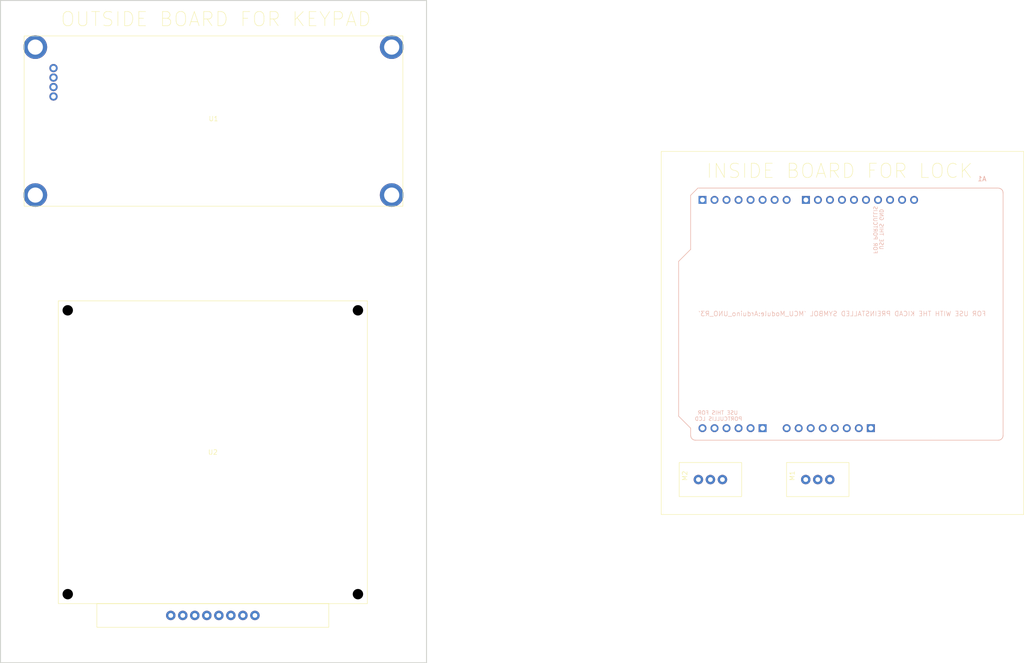
<source format=kicad_pcb>
(kicad_pcb (version 20241229) (generator "pcbnew") (generator_version "9.0")
  (layers (0 "F.Cu" signal) (2 "B.Cu" signal) (13 "F.Paste" user) (15 "B.Paste" user) (5 "F.SilkS" user "F.Silkscreen") (7 "B.SilkS" user "B.Silkscreen") (1 "F.Mask" user) (3 "B.Mask" user) (25 "Edge.Cuts" user))
  (net 0 "")
  (net 1 "Net-(A1-D10)")
  (net 2 "GND")
  (net 3 "+5V")
  (net 4 "Net-(A1-D11)")
  (net 5 "Net-(U1-SCL)")
  (net 6 "Net-(U1-SDA)")
  (net 7 "Net-(A1-D4)")
  (net 8 "Net-(A1-D5)")
  (net 9 "Net-(A1-D3)")
  (net 10 "Net-(A1-D6)")
  (net 11 "Net-(A1-D9)")
  (net 12 "Net-(A1-D7)")
  (net 13 "Net-(A1-D8)")
  (net 14 "Net-(A1-D2)")
  (footprint "Keypad:4x4 16 Button Keypad" (layer "F.Cu") (at 34.692 161.498)
    (property "Reference" "U2" (at 32.51 -37.7 0) (layer "F.SilkS") (effects (font (thickness 0.1))))
    (property "Value" "~")
    (fp_rect (start -0.14 -69.7) (end 65.16 -5.7) (stroke (width 0.1)) (fill no) (layer "F.SilkS"))
    (fp_rect (start 8.01 -5.7) (end 57.01 -0.7) (stroke (width 0.1)) (fill no) (layer "F.SilkS"))
    (pad "" np_thru_hole circle (at 1.86 -67.7) (size 4 4) (drill 2.2) (layers "*.Mask"))
    (pad "" np_thru_hole circle (at 1.86 -7.7) (size 4 4) (drill 2.2) (layers "*.Mask"))
    (pad "" np_thru_hole circle (at 63.16 -67.7) (size 4 4) (drill 2.2) (layers "*.Mask"))
    (pad "" np_thru_hole circle (at 63.16 -7.7) (size 4 4) (drill 2.2) (layers "*.Mask"))
    (pad "1" thru_hole circle (at 23.62 -3.2) (size 2 2) (drill 1) (layers "*.Cu" "*.Mask") (net 14 "Net-(A1-D2)"))
    (pad "2" thru_hole circle (at 26.16 -3.2) (size 2 2) (drill 1) (layers "*.Cu" "*.Mask") (net 9 "Net-(A1-D3)"))
    (pad "3" thru_hole circle (at 28.7 -3.2) (size 2 2) (drill 1) (layers "*.Cu" "*.Mask") (net 7 "Net-(A1-D4)"))
    (pad "4" thru_hole circle (at 31.24 -3.2) (size 2 2) (drill 1) (layers "*.Cu" "*.Mask") (net 8 "Net-(A1-D5)"))
    (pad "5" thru_hole circle (at 33.78 -3.2) (size 2 2) (drill 1) (layers "*.Cu" "*.Mask") (net 10 "Net-(A1-D6)"))
    (pad "6" thru_hole circle (at 36.32 -3.2) (size 2 2) (drill 1) (layers "*.Cu" "*.Mask") (net 12 "Net-(A1-D7)"))
    (pad "7" thru_hole circle (at 38.86 -3.2) (size 2 2) (drill 1) (layers "*.Cu" "*.Mask") (net 13 "Net-(A1-D8)"))
    (pad "8" thru_hole circle (at 41.4 -3.2) (size 2 2) (drill 1) (layers "*.Cu" "*.Mask") (net 11 "Net-(A1-D9)"))
  )
  (footprint "Servo:3-Pin Servo" (layer "F.Cu") (at 188.382 133.176)
    (property "Reference" "M1" (at 1.2 -4.4 90) (layer "F.SilkS") (effects (font (thickness 0.1))))
    (property "Value" "Motor_Servo_Pos (Rotational)")
    (fp_rect (start 0 -7.2) (end 13.2 0) (stroke (width 0.1)) (fill no) (layer "F.SilkS"))
    (pad "1" thru_hole circle (at 4.06 -3.6) (size 2 2) (drill 1) (layers "*.Cu" "*.Mask") (net 1 "Net-(A1-D10)"))
    (pad "2" thru_hole circle (at 6.6 -3.6) (size 2 2) (drill 1) (layers "*.Cu" "*.Mask") (net 3 "+5V"))
    (pad "3" thru_hole circle (at 9.14 -3.6) (size 2 2) (drill 1) (layers "*.Cu" "*.Mask") (net 2 "GND"))
  )
  (footprint "i2c_LCD:i2c_LCD" (layer "F.Cu") (at 67.342 53.798)
    (property "Reference" "U1" (at 0 -0.5 0) (layer "F.SilkS") (effects (font (thickness 0.1))))
    (property "Value" "i2c_LCD")
    (fp_rect (start -40 -18) (end 40 18) (stroke (width 0.1)) (fill no) (layer "F.SilkS"))
    (pad "" np_thru_hole circle (at -37.64 -15.64 90) (size 5 5) (drill 3.2) (layers "*.Cu" "*.Mask"))
    (pad "" np_thru_hole circle (at -37.64 15.64) (size 5 5) (drill 3.2) (layers "*.Cu" "*.Mask"))
    (pad "" np_thru_hole circle (at 37.64 -15.64) (size 5 5) (drill 3.2) (layers "*.Cu" "*.Mask"))
    (pad "" np_thru_hole circle (at 37.64 15.64) (size 5 5) (drill 3.2) (layers "*.Cu" "*.Mask"))
    (pad "1" thru_hole circle (at -33.8 -11.2) (size 1.75 1.75) (drill 1) (layers "*.Cu" "*.Mask") (net 2 "GND"))
    (pad "2" thru_hole circle (at -33.8 -9.2) (size 1.75 1.75) (drill 1) (layers "*.Cu" "*.Mask") (net 3 "+5V"))
    (pad "3" thru_hole circle (at -33.8 -7.2) (size 1.75 1.75) (drill 1) (layers "*.Cu" "*.Mask") (net 6 "Net-(U1-SDA)"))
    (pad "4" thru_hole circle (at -33.8 -5.2) (size 1.75 1.75) (drill 1) (layers "*.Cu" "*.Mask") (net 5 "Net-(U1-SCL)"))
  )
  (footprint "Servo:3-Pin Servo" (layer "F.Cu") (at 165.708 133.176)
    (property "Reference" "M2" (at 1.2 -4.4 90) (layer "F.SilkS") (effects (font (thickness 0.1))))
    (property "Value" "Motor_Servo_Cont (Linear)")
    (fp_rect (start 0 -7.2) (end 13.2 0) (stroke (width 0.1)) (fill no) (layer "F.SilkS"))
    (pad "1" thru_hole circle (at 4.06 -3.6) (size 2 2) (drill 1) (layers "*.Cu" "*.Mask") (net 4 "Net-(A1-D11)"))
    (pad "2" thru_hole circle (at 6.6 -3.6) (size 2 2) (drill 1) (layers "*.Cu" "*.Mask") (net 3 "+5V"))
    (pad "3" thru_hole circle (at 9.14 -3.6) (size 2 2) (drill 1) (layers "*.Cu" "*.Mask") (net 2 "GND"))
  )
  (footprint "Arduino_UNOR3:ARDUINO_ARDUINO_UNO_REV3" (layer "B.Cu") (at 199.8653 94.6057 180)
    (property "Reference" "A1" (at -29.8223 28.5957 0) (layer "B.SilkS") (effects (justify mirror)))
    (property "Value" "Arduino_UNO_R3")
    (fp_line (start 34.2673 11.1608) (end 34.2673 -21.5725) (stroke (width 0.127)) (layer "B.SilkS"))
    (fp_line (start 34.2673 -21.5725) (end 31.7282 -24.1116) (stroke (width 0.127)) (layer "B.SilkS"))
    (fp_line (start 31.7282 25.1258) (end 31.7282 13.6999) (stroke (width 0.127)) (layer "B.SilkS"))
    (fp_line (start 31.7282 13.6999) (end 34.2673 11.1608) (stroke (width 0.127)) (layer "B.SilkS"))
    (fp_line (start 31.7282 -24.1116) (end 31.7282 -25.6562) (stroke (width 0.127)) (layer "B.SilkS"))
    (fp_line (start 31.7282 -25.6562) (end 31.6859 -25.9101) (stroke (width 0.127)) (layer "B.SilkS"))
    (fp_line (start 31.6859 -25.9101) (end 31.6013 -26.1429) (stroke (width 0.127)) (layer "B.SilkS"))
    (fp_line (start 31.6013 -26.1429) (end 31.432 -26.3545) (stroke (width 0.127)) (layer "B.SilkS"))
    (fp_line (start 31.432 -26.3545) (end 31.2204 -26.5237) (stroke (width 0.127)) (layer "B.SilkS"))
    (fp_line (start 31.2204 -26.5237) (end 30.9876 -26.6084) (stroke (width 0.127)) (layer "B.SilkS"))
    (fp_line (start 30.9876 -26.6084) (end 30.7337 -26.6507) (stroke (width 0.127)) (layer "B.SilkS"))
    (fp_line (start 30.7337 -26.6507) (end -33.2728 -26.6507) (stroke (width 0.127)) (layer "B.SilkS"))
    (fp_line (start 30.2047 26.6493) (end 31.7282 25.1258) (stroke (width 0.127)) (layer "B.SilkS"))
    (fp_line (start -33.2728 26.6493) (end 30.2047 26.6493) (stroke (width 0.127)) (layer "B.SilkS"))
    (fp_line (start -33.2728 -26.6507) (end -33.5267 -26.6084) (stroke (width 0.127)) (layer "B.SilkS"))
    (fp_line (start -33.5267 26.607) (end -33.2728 26.6493) (stroke (width 0.127)) (layer "B.SilkS"))
    (fp_line (start -33.5267 -26.6084) (end -33.7595 -26.5237) (stroke (width 0.127)) (layer "B.SilkS"))
    (fp_line (start -33.7595 26.5012) (end -33.5267 26.607) (stroke (width 0.127)) (layer "B.SilkS"))
    (fp_line (start -33.7595 -26.5237) (end -33.9711 -26.3545) (stroke (width 0.127)) (layer "B.SilkS"))
    (fp_line (start -33.9711 26.3531) (end -33.7595 26.5012) (stroke (width 0.127)) (layer "B.SilkS"))
    (fp_line (start -33.9711 -26.3545) (end -34.1403 -26.1429) (stroke (width 0.127)) (layer "B.SilkS"))
    (fp_line (start -34.1403 26.1415) (end -33.9711 26.3531) (stroke (width 0.127)) (layer "B.SilkS"))
    (fp_line (start -34.1403 -26.1429) (end -34.225 -25.9101) (stroke (width 0.127)) (layer "B.SilkS"))
    (fp_line (start -34.225 25.9087) (end -34.1403 26.1415) (stroke (width 0.127)) (layer "B.SilkS"))
    (fp_line (start -34.225 -25.9101) (end -34.2673 -25.6562) (stroke (width 0.127)) (layer "B.SilkS"))
    (fp_line (start -34.2673 25.6337) (end -34.225 25.9087) (stroke (width 0.127)) (layer "B.SilkS"))
    (fp_line (start -34.2673 -25.6562) (end -34.2673 25.6337) (stroke (width 0.127)) (layer "B.SilkS"))
    (fp_text user "USE THIS GND \nFOR PORTCULLIS" (at -6.8 22.9 270) (layer "B.SilkS") (effects (font (size 0.8 0.8) (thickness 0.1)) (justify right bottom mirror)))
    (fp_text user "FOR USE WITH THE KICAD PREINSTALLED SYMBOL 'MCU_Module:Arduino_UNO_R3'" (at -30.7 -0.5 0) (layer "B.SilkS") (effects (font (thickness 0.1)) (justify left bottom mirror)))
    (fp_text user "USE THIS FOR \nPORTCULLIS LCD" (at 30.9 -22.6 0) (layer "B.SilkS") (effects (font (size 0.8 0.8) (thickness 0.1)) (justify right bottom mirror)))
    (pad "" np_thru_hole circle (at -20.2973 -24.1093 180) (size 3.3 3.3) (drill 3.3) (layers "*.Cu" "*.Mask"))
    (pad "" np_thru_hole circle (at -19.0273 24.1507 180) (size 3.3 3.3) (drill 3.3) (layers "*.Cu" "*.Mask"))
    (pad "" np_thru_hole circle (at 31.7727 -19.0293 180) (size 3.3 3.3) (drill 3.3) (layers "*.Cu" "*.Mask"))
    (pad "" np_thru_hole circle (at 31.7727 8.91069 180) (size 3.3 3.3) (drill 3.3) (layers "*.Cu" "*.Mask"))
    (pad "1" thru_hole rect (at -6.32731 -24.1093 180) (size 1.6764 1.6764) (drill 1.016) (layers "*.Cu" "*.Mask"))
    (pad "2" thru_hole circle (at -3.78731 -24.1093 180) (size 1.6764 1.6764) (drill 1.016) (layers "*.Cu" "*.Mask"))
    (pad "3" thru_hole circle (at -1.24731 -24.1093 180) (size 1.6764 1.6764) (drill 1.016) (layers "*.Cu" "*.Mask"))
    (pad "4" thru_hole circle (at 1.29269 -24.1093 180) (size 1.6764 1.6764) (drill 1.016) (layers "*.Cu" "*.Mask"))
    (pad "5" thru_hole circle (at 3.83269 -24.1093 180) (size 1.6764 1.6764) (drill 1.016) (layers "*.Cu" "*.Mask") (net 3 "+5V"))
    (pad "6" thru_hole circle (at 6.37269 -24.1093 180) (size 1.6764 1.6764) (drill 1.016) (layers "*.Cu" "*.Mask"))
    (pad "7" thru_hole circle (at 8.91269 -24.1093 180) (size 1.6764 1.6764) (drill 1.016) (layers "*.Cu" "*.Mask"))
    (pad "8" thru_hole circle (at 11.4527 -24.1093 180) (size 1.6764 1.6764) (drill 1.016) (layers "*.Cu" "*.Mask"))
    (pad "9" thru_hole rect (at 16.5327 -24.1093 180) (size 1.6764 1.6764) (drill 1.016) (layers "*.Cu" "*.Mask"))
    (pad "10" thru_hole circle (at 19.0727 -24.1093 180) (size 1.6764 1.6764) (drill 1.016) (layers "*.Cu" "*.Mask"))
    (pad "11" thru_hole circle (at 21.6127 -24.1093 180) (size 1.6764 1.6764) (drill 1.016) (layers "*.Cu" "*.Mask"))
    (pad "12" thru_hole circle (at 24.1527 -24.1093 180) (size 1.6764 1.6764) (drill 1.016) (layers "*.Cu" "*.Mask"))
    (pad "13" thru_hole circle (at 26.6927 -24.1093 180) (size 1.6764 1.6764) (drill 1.016) (layers "*.Cu" "*.Mask") (net 6 "Net-(U1-SDA)"))
    (pad "14" thru_hole circle (at 29.2327 -24.1093 180) (size 1.6764 1.6764) (drill 1.016) (layers "*.Cu" "*.Mask") (net 5 "Net-(U1-SCL)"))
    (pad "15" thru_hole rect (at 29.2327 24.1507 180) (size 1.6764 1.6764) (drill 1.016) (layers "*.Cu" "*.Mask"))
    (pad "16" thru_hole circle (at 26.6927 24.1507 180) (size 1.6764 1.6764) (drill 1.016) (layers "*.Cu" "*.Mask"))
    (pad "17" thru_hole circle (at 24.1527 24.1507 180) (size 1.6764 1.6764) (drill 1.016) (layers "*.Cu" "*.Mask") (net 14 "Net-(A1-D2)"))
    (pad "18" thru_hole circle (at 21.6127 24.1507 180) (size 1.6764 1.6764) (drill 1.016) (layers "*.Cu" "*.Mask") (net 9 "Net-(A1-D3)"))
    (pad "19" thru_hole circle (at 19.0727 24.1507 180) (size 1.6764 1.6764) (drill 1.016) (layers "*.Cu" "*.Mask") (net 7 "Net-(A1-D4)"))
    (pad "20" thru_hole circle (at 16.5327 24.1507 180) (size 1.6764 1.6764) (drill 1.016) (layers "*.Cu" "*.Mask") (net 8 "Net-(A1-D5)"))
    (pad "21" thru_hole circle (at 13.9927 24.1507 180) (size 1.6764 1.6764) (drill 1.016) (layers "*.Cu" "*.Mask") (net 10 "Net-(A1-D6)"))
    (pad "22" thru_hole circle (at 11.4527 24.1507 180) (size 1.6764 1.6764) (drill 1.016) (layers "*.Cu" "*.Mask") (net 12 "Net-(A1-D7)"))
    (pad "23" thru_hole rect (at 7.38869 24.1507 180) (size 1.6764 1.6764) (drill 1.016) (layers "*.Cu" "*.Mask") (net 13 "Net-(A1-D8)"))
    (pad "24" thru_hole circle (at 4.84869 24.1507 180) (size 1.6764 1.6764) (drill 1.016) (layers "*.Cu" "*.Mask") (net 11 "Net-(A1-D9)"))
    (pad "25" thru_hole circle (at 2.30869 24.1507 180) (size 1.6764 1.6764) (drill 1.016) (layers "*.Cu" "*.Mask") (net 1 "Net-(A1-D10)"))
    (pad "26" thru_hole circle (at -0.231309 24.1507 180) (size 1.6764 1.6764) (drill 1.016) (layers "*.Cu" "*.Mask") (net 4 "Net-(A1-D11)"))
    (pad "27" thru_hole circle (at -2.77131 24.1507 90) (size 1.6764 1.6764) (drill 1.016) (layers "*.Cu" "*.Mask"))
    (pad "28" thru_hole circle (at -5.31131 24.1507 180) (size 1.6764 1.6764) (drill 1.016) (layers "*.Cu" "*.Mask"))
    (pad "29" thru_hole circle (at -7.85131 24.1507 180) (size 1.6764 1.6764) (drill 1.016) (layers "*.Cu" "*.Mask") (net 2 "GND"))
    (pad "30" thru_hole circle (at -10.3913 24.1507 180) (size 1.6764 1.6764) (drill 1.016) (layers "*.Cu" "*.Mask"))
    (pad "31" thru_hole circle (at -12.9313 24.1507 180) (size 1.6764 1.6764) (drill 1.016) (layers "*.Cu" "*.Mask"))
    (pad "32" thru_hole circle (at -15.4713 24.1507 180) (size 1.6764 1.6764) (drill 1.016) (layers "*.Cu" "*.Mask"))
  )
  (gr_rect (start 161.915 60.21) (end 238.504 136.966) (stroke (width 0.1)) (fill no) (layer "F.SilkS"))
  (gr_rect (start 22.342 28.298) (end 112.342 168.298) (stroke (width 0.2)) (fill no) (layer "Edge.Cuts"))
  (gr_text "INSIDE BOARD FOR LOCK" (at 171.321 66.088 0) (layer "F.SilkS") (effects (font (size 3 3) (thickness 0.1)) (justify left bottom)))
  (gr_text "OUTSIDE BOARD FOR KEYPAD" (at 34.939 34.008 0) (layer "F.SilkS") (effects (font (size 3 3) (thickness 0.1)) (justify left bottom)))
)
</source>
